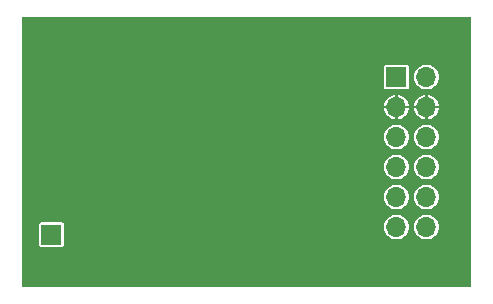
<source format=gbr>
%TF.GenerationSoftware,KiCad,Pcbnew,7.0.1*%
%TF.CreationDate,2023-04-28T09:54:53+02:00*%
%TF.ProjectId,AS4432_ANT,41533434-3332-45f4-914e-542e6b696361,rev?*%
%TF.SameCoordinates,Original*%
%TF.FileFunction,Copper,L2,Bot*%
%TF.FilePolarity,Positive*%
%FSLAX46Y46*%
G04 Gerber Fmt 4.6, Leading zero omitted, Abs format (unit mm)*
G04 Created by KiCad (PCBNEW 7.0.1) date 2023-04-28 09:54:53*
%MOMM*%
%LPD*%
G01*
G04 APERTURE LIST*
%TA.AperFunction,ComponentPad*%
%ADD10R,1.700000X1.700000*%
%TD*%
%TA.AperFunction,ComponentPad*%
%ADD11O,1.700000X1.700000*%
%TD*%
G04 APERTURE END LIST*
D10*
%TO.P,J1,1,Pin_1*%
%TO.N,VCC*%
X149860000Y-43180000D03*
D11*
%TO.P,J1,2,Pin_2*%
X152400000Y-43180000D03*
%TO.P,J1,3,Pin_3*%
%TO.N,GND*%
X149860000Y-45720000D03*
%TO.P,J1,4,Pin_4*%
X152400000Y-45720000D03*
%TO.P,J1,5,Pin_5*%
%TO.N,SCK*%
X149860000Y-48260000D03*
%TO.P,J1,6,Pin_6*%
%TO.N,unconnected-(J1-Pin_6-Pad6)*%
X152400000Y-48260000D03*
%TO.P,J1,7,Pin_7*%
%TO.N,MISO*%
X149860000Y-50800000D03*
%TO.P,J1,8,Pin_8*%
%TO.N,unconnected-(J1-Pin_8-Pad8)*%
X152400000Y-50800000D03*
%TO.P,J1,9,Pin_9*%
%TO.N,MOSI*%
X149860000Y-53340000D03*
%TO.P,J1,10,Pin_10*%
%TO.N,nRESET*%
X152400000Y-53340000D03*
%TO.P,J1,11,Pin_11*%
%TO.N,nCS*%
X149860000Y-55880000D03*
%TO.P,J1,12,Pin_12*%
%TO.N,IRQ*%
X152400000Y-55880000D03*
%TD*%
D10*
%TO.P,J2,1,Pin_1*%
%TO.N,Net-(J2-Pin_1)*%
X120650000Y-56515000D03*
%TD*%
%TA.AperFunction,Conductor*%
%TO.N,GND*%
G36*
X156135000Y-38138763D02*
G01*
X156171237Y-38175000D01*
X156184500Y-38224500D01*
X156184500Y-60835500D01*
X156171237Y-60885000D01*
X156135000Y-60921237D01*
X156085500Y-60934500D01*
X118234500Y-60934500D01*
X118185000Y-60921237D01*
X118148763Y-60885000D01*
X118135500Y-60835500D01*
X118135500Y-57384747D01*
X119599500Y-57384747D01*
X119611133Y-57443231D01*
X119655447Y-57509552D01*
X119699762Y-57539162D01*
X119721769Y-57553867D01*
X119780252Y-57565500D01*
X121519747Y-57565500D01*
X121519748Y-57565500D01*
X121578231Y-57553867D01*
X121644552Y-57509552D01*
X121688867Y-57443231D01*
X121700500Y-57384748D01*
X121700500Y-55880000D01*
X148804416Y-55880000D01*
X148824699Y-56085933D01*
X148884767Y-56283952D01*
X148884768Y-56283954D01*
X148982315Y-56466450D01*
X149113590Y-56626410D01*
X149273550Y-56757685D01*
X149456046Y-56855232D01*
X149654066Y-56915300D01*
X149860000Y-56935583D01*
X150065934Y-56915300D01*
X150263954Y-56855232D01*
X150446450Y-56757685D01*
X150606410Y-56626410D01*
X150737685Y-56466450D01*
X150835232Y-56283954D01*
X150895300Y-56085934D01*
X150915583Y-55880000D01*
X151344416Y-55880000D01*
X151364699Y-56085933D01*
X151424767Y-56283952D01*
X151424768Y-56283954D01*
X151522315Y-56466450D01*
X151653590Y-56626410D01*
X151813550Y-56757685D01*
X151996046Y-56855232D01*
X152194066Y-56915300D01*
X152400000Y-56935583D01*
X152605934Y-56915300D01*
X152803954Y-56855232D01*
X152986450Y-56757685D01*
X153146410Y-56626410D01*
X153277685Y-56466450D01*
X153375232Y-56283954D01*
X153435300Y-56085934D01*
X153455583Y-55880000D01*
X153435300Y-55674066D01*
X153375232Y-55476046D01*
X153277685Y-55293550D01*
X153146410Y-55133590D01*
X152986450Y-55002315D01*
X152803954Y-54904768D01*
X152803953Y-54904767D01*
X152803952Y-54904767D01*
X152605933Y-54844699D01*
X152400000Y-54824416D01*
X152194066Y-54844699D01*
X151996047Y-54904767D01*
X151813549Y-55002315D01*
X151653590Y-55133590D01*
X151522315Y-55293549D01*
X151424767Y-55476047D01*
X151364699Y-55674066D01*
X151344416Y-55880000D01*
X150915583Y-55880000D01*
X150895300Y-55674066D01*
X150835232Y-55476046D01*
X150737685Y-55293550D01*
X150606410Y-55133590D01*
X150446450Y-55002315D01*
X150263954Y-54904768D01*
X150263953Y-54904767D01*
X150263952Y-54904767D01*
X150065933Y-54844699D01*
X149860000Y-54824416D01*
X149654066Y-54844699D01*
X149456047Y-54904767D01*
X149273549Y-55002315D01*
X149113590Y-55133590D01*
X148982315Y-55293549D01*
X148884767Y-55476047D01*
X148824699Y-55674066D01*
X148804416Y-55880000D01*
X121700500Y-55880000D01*
X121700500Y-55645252D01*
X121688867Y-55586769D01*
X121674162Y-55564761D01*
X121644552Y-55520447D01*
X121578231Y-55476133D01*
X121577794Y-55476046D01*
X121519748Y-55464500D01*
X119780252Y-55464500D01*
X119751010Y-55470316D01*
X119721768Y-55476133D01*
X119655447Y-55520447D01*
X119611133Y-55586768D01*
X119599500Y-55645253D01*
X119599500Y-57384747D01*
X118135500Y-57384747D01*
X118135500Y-53339999D01*
X148804416Y-53339999D01*
X148824699Y-53545933D01*
X148884767Y-53743952D01*
X148884768Y-53743954D01*
X148982315Y-53926450D01*
X149113590Y-54086410D01*
X149273550Y-54217685D01*
X149456046Y-54315232D01*
X149654066Y-54375300D01*
X149860000Y-54395583D01*
X150065934Y-54375300D01*
X150263954Y-54315232D01*
X150446450Y-54217685D01*
X150606410Y-54086410D01*
X150737685Y-53926450D01*
X150835232Y-53743954D01*
X150895300Y-53545934D01*
X150915583Y-53340000D01*
X150915583Y-53339999D01*
X151344416Y-53339999D01*
X151364699Y-53545933D01*
X151424767Y-53743952D01*
X151424768Y-53743954D01*
X151522315Y-53926450D01*
X151653590Y-54086410D01*
X151813550Y-54217685D01*
X151996046Y-54315232D01*
X152194066Y-54375300D01*
X152400000Y-54395583D01*
X152605934Y-54375300D01*
X152803954Y-54315232D01*
X152986450Y-54217685D01*
X153146410Y-54086410D01*
X153277685Y-53926450D01*
X153375232Y-53743954D01*
X153435300Y-53545934D01*
X153455583Y-53340000D01*
X153435300Y-53134066D01*
X153375232Y-52936046D01*
X153277685Y-52753550D01*
X153146410Y-52593590D01*
X152986450Y-52462315D01*
X152803954Y-52364768D01*
X152803953Y-52364767D01*
X152803952Y-52364767D01*
X152605933Y-52304699D01*
X152400000Y-52284416D01*
X152194066Y-52304699D01*
X151996047Y-52364767D01*
X151813549Y-52462315D01*
X151653590Y-52593590D01*
X151522315Y-52753549D01*
X151424767Y-52936047D01*
X151364699Y-53134066D01*
X151344416Y-53339999D01*
X150915583Y-53339999D01*
X150895300Y-53134066D01*
X150835232Y-52936046D01*
X150737685Y-52753550D01*
X150606410Y-52593590D01*
X150446450Y-52462315D01*
X150263954Y-52364768D01*
X150263953Y-52364767D01*
X150263952Y-52364767D01*
X150065933Y-52304699D01*
X149860000Y-52284416D01*
X149654066Y-52304699D01*
X149456047Y-52364767D01*
X149273549Y-52462315D01*
X149113590Y-52593590D01*
X148982315Y-52753549D01*
X148884767Y-52936047D01*
X148824699Y-53134066D01*
X148804416Y-53339999D01*
X118135500Y-53339999D01*
X118135500Y-50800000D01*
X148804416Y-50800000D01*
X148824699Y-51005933D01*
X148884767Y-51203952D01*
X148884768Y-51203954D01*
X148982315Y-51386450D01*
X149113590Y-51546410D01*
X149273550Y-51677685D01*
X149456046Y-51775232D01*
X149654065Y-51835299D01*
X149654066Y-51835300D01*
X149859999Y-51855583D01*
X149859999Y-51855582D01*
X149860000Y-51855583D01*
X150065934Y-51835300D01*
X150263954Y-51775232D01*
X150446450Y-51677685D01*
X150606410Y-51546410D01*
X150737685Y-51386450D01*
X150835232Y-51203954D01*
X150895300Y-51005934D01*
X150915583Y-50800000D01*
X151344416Y-50800000D01*
X151364699Y-51005933D01*
X151424767Y-51203952D01*
X151424768Y-51203954D01*
X151522315Y-51386450D01*
X151653590Y-51546410D01*
X151813550Y-51677685D01*
X151996046Y-51775232D01*
X152194065Y-51835299D01*
X152194066Y-51835300D01*
X152399999Y-51855583D01*
X152399999Y-51855582D01*
X152400000Y-51855583D01*
X152605934Y-51835300D01*
X152803954Y-51775232D01*
X152986450Y-51677685D01*
X153146410Y-51546410D01*
X153277685Y-51386450D01*
X153375232Y-51203954D01*
X153435300Y-51005934D01*
X153455583Y-50800000D01*
X153435300Y-50594066D01*
X153375232Y-50396046D01*
X153277685Y-50213550D01*
X153146410Y-50053590D01*
X152986450Y-49922315D01*
X152803954Y-49824768D01*
X152803953Y-49824767D01*
X152803952Y-49824767D01*
X152605933Y-49764699D01*
X152399999Y-49744416D01*
X152194066Y-49764699D01*
X151996047Y-49824767D01*
X151813549Y-49922315D01*
X151653590Y-50053590D01*
X151522315Y-50213549D01*
X151424767Y-50396047D01*
X151364699Y-50594066D01*
X151344416Y-50800000D01*
X150915583Y-50800000D01*
X150895300Y-50594066D01*
X150835232Y-50396046D01*
X150737685Y-50213550D01*
X150606410Y-50053590D01*
X150446450Y-49922315D01*
X150263954Y-49824768D01*
X150263953Y-49824767D01*
X150263952Y-49824767D01*
X150065933Y-49764699D01*
X149859999Y-49744416D01*
X149654066Y-49764699D01*
X149456047Y-49824767D01*
X149273549Y-49922315D01*
X149113590Y-50053590D01*
X148982315Y-50213549D01*
X148884767Y-50396047D01*
X148824699Y-50594066D01*
X148804416Y-50800000D01*
X118135500Y-50800000D01*
X118135500Y-48259999D01*
X148804416Y-48259999D01*
X148824699Y-48465933D01*
X148884767Y-48663952D01*
X148884768Y-48663954D01*
X148982315Y-48846450D01*
X149113590Y-49006410D01*
X149273550Y-49137685D01*
X149456046Y-49235232D01*
X149654066Y-49295300D01*
X149860000Y-49315583D01*
X150065934Y-49295300D01*
X150263954Y-49235232D01*
X150446450Y-49137685D01*
X150606410Y-49006410D01*
X150737685Y-48846450D01*
X150835232Y-48663954D01*
X150895300Y-48465934D01*
X150915583Y-48260000D01*
X150915583Y-48259999D01*
X151344416Y-48259999D01*
X151364699Y-48465933D01*
X151424767Y-48663952D01*
X151424768Y-48663954D01*
X151522315Y-48846450D01*
X151653590Y-49006410D01*
X151813550Y-49137685D01*
X151996046Y-49235232D01*
X152194066Y-49295300D01*
X152400000Y-49315583D01*
X152605934Y-49295300D01*
X152803954Y-49235232D01*
X152986450Y-49137685D01*
X153146410Y-49006410D01*
X153277685Y-48846450D01*
X153375232Y-48663954D01*
X153435300Y-48465934D01*
X153455583Y-48260000D01*
X153435300Y-48054066D01*
X153375232Y-47856046D01*
X153277685Y-47673550D01*
X153146410Y-47513590D01*
X152986450Y-47382315D01*
X152803954Y-47284768D01*
X152803953Y-47284767D01*
X152803952Y-47284767D01*
X152605933Y-47224699D01*
X152400000Y-47204416D01*
X152194066Y-47224699D01*
X151996047Y-47284767D01*
X151813549Y-47382315D01*
X151653590Y-47513590D01*
X151522315Y-47673549D01*
X151424767Y-47856047D01*
X151364699Y-48054066D01*
X151344416Y-48259999D01*
X150915583Y-48259999D01*
X150895300Y-48054066D01*
X150835232Y-47856046D01*
X150737685Y-47673550D01*
X150606410Y-47513590D01*
X150446450Y-47382315D01*
X150263954Y-47284768D01*
X150263953Y-47284767D01*
X150263952Y-47284767D01*
X150065933Y-47224699D01*
X149860000Y-47204416D01*
X149654066Y-47224699D01*
X149456047Y-47284767D01*
X149273549Y-47382315D01*
X149113590Y-47513590D01*
X148982315Y-47673549D01*
X148884767Y-47856047D01*
X148824699Y-48054066D01*
X148804416Y-48259999D01*
X118135500Y-48259999D01*
X118135500Y-45820000D01*
X148814767Y-45820000D01*
X148825191Y-45925835D01*
X148885231Y-46123763D01*
X148982730Y-46306170D01*
X149113945Y-46466054D01*
X149273829Y-46597269D01*
X149456236Y-46694768D01*
X149654164Y-46754808D01*
X149759999Y-46765232D01*
X149760000Y-46765232D01*
X149960000Y-46765232D01*
X150065835Y-46754808D01*
X150263763Y-46694768D01*
X150446170Y-46597269D01*
X150606054Y-46466054D01*
X150737269Y-46306170D01*
X150834768Y-46123763D01*
X150894808Y-45925835D01*
X150905232Y-45820000D01*
X151354767Y-45820000D01*
X151365191Y-45925835D01*
X151425231Y-46123763D01*
X151522730Y-46306170D01*
X151653945Y-46466054D01*
X151813829Y-46597269D01*
X151996236Y-46694768D01*
X152194164Y-46754808D01*
X152299999Y-46765232D01*
X152300000Y-46765232D01*
X152500000Y-46765232D01*
X152605835Y-46754808D01*
X152803763Y-46694768D01*
X152986170Y-46597269D01*
X153146054Y-46466054D01*
X153277269Y-46306170D01*
X153374768Y-46123763D01*
X153434808Y-45925835D01*
X153445232Y-45820000D01*
X152500001Y-45820000D01*
X152500000Y-45820001D01*
X152500000Y-46765232D01*
X152300000Y-46765232D01*
X152300000Y-45820001D01*
X152299999Y-45820000D01*
X151354767Y-45820000D01*
X150905232Y-45820000D01*
X149960001Y-45820000D01*
X149960000Y-45820001D01*
X149960000Y-46765232D01*
X149760000Y-46765232D01*
X149760000Y-45820001D01*
X149759999Y-45820000D01*
X148814767Y-45820000D01*
X118135500Y-45820000D01*
X118135500Y-45619999D01*
X148814767Y-45619999D01*
X148814768Y-45620000D01*
X149759999Y-45620000D01*
X149760000Y-45619999D01*
X149760000Y-44674768D01*
X149759999Y-44674767D01*
X149960000Y-44674767D01*
X149960000Y-45619999D01*
X149960001Y-45620000D01*
X150905232Y-45620000D01*
X150905232Y-45619999D01*
X151354767Y-45619999D01*
X151354768Y-45620000D01*
X152299999Y-45620000D01*
X152300000Y-45619999D01*
X152300000Y-44674768D01*
X152299999Y-44674767D01*
X152500000Y-44674767D01*
X152500000Y-45619999D01*
X152500001Y-45620000D01*
X153445232Y-45620000D01*
X153445232Y-45619999D01*
X153434808Y-45514164D01*
X153374768Y-45316236D01*
X153277269Y-45133829D01*
X153146054Y-44973945D01*
X152986170Y-44842730D01*
X152803763Y-44745231D01*
X152605835Y-44685191D01*
X152500000Y-44674767D01*
X152299999Y-44674767D01*
X152194164Y-44685191D01*
X151996236Y-44745231D01*
X151813829Y-44842730D01*
X151653945Y-44973945D01*
X151522730Y-45133829D01*
X151425231Y-45316236D01*
X151365191Y-45514164D01*
X151354767Y-45619999D01*
X150905232Y-45619999D01*
X150894808Y-45514164D01*
X150834768Y-45316236D01*
X150737269Y-45133829D01*
X150606054Y-44973945D01*
X150446170Y-44842730D01*
X150263763Y-44745231D01*
X150065835Y-44685191D01*
X149960000Y-44674767D01*
X149759999Y-44674767D01*
X149654164Y-44685191D01*
X149456236Y-44745231D01*
X149273829Y-44842730D01*
X149113945Y-44973945D01*
X148982730Y-45133829D01*
X148885231Y-45316236D01*
X148825191Y-45514164D01*
X148814767Y-45619999D01*
X118135500Y-45619999D01*
X118135500Y-44049747D01*
X148809500Y-44049747D01*
X148821133Y-44108231D01*
X148865447Y-44174552D01*
X148909762Y-44204162D01*
X148931769Y-44218867D01*
X148990252Y-44230500D01*
X150729747Y-44230500D01*
X150729748Y-44230500D01*
X150788231Y-44218867D01*
X150854552Y-44174552D01*
X150898867Y-44108231D01*
X150910500Y-44049748D01*
X150910500Y-43179999D01*
X151344416Y-43179999D01*
X151364699Y-43385933D01*
X151424767Y-43583952D01*
X151424768Y-43583954D01*
X151522315Y-43766450D01*
X151653590Y-43926410D01*
X151813550Y-44057685D01*
X151996046Y-44155232D01*
X152194066Y-44215300D01*
X152400000Y-44235583D01*
X152605934Y-44215300D01*
X152803954Y-44155232D01*
X152986450Y-44057685D01*
X153146410Y-43926410D01*
X153277685Y-43766450D01*
X153375232Y-43583954D01*
X153435300Y-43385934D01*
X153455583Y-43180000D01*
X153435300Y-42974066D01*
X153375232Y-42776046D01*
X153277685Y-42593550D01*
X153146410Y-42433590D01*
X152986450Y-42302315D01*
X152803954Y-42204768D01*
X152803953Y-42204767D01*
X152803952Y-42204767D01*
X152605933Y-42144699D01*
X152400000Y-42124416D01*
X152194066Y-42144699D01*
X151996047Y-42204767D01*
X151813549Y-42302315D01*
X151653590Y-42433590D01*
X151522315Y-42593549D01*
X151424767Y-42776047D01*
X151364699Y-42974066D01*
X151344416Y-43179999D01*
X150910500Y-43179999D01*
X150910500Y-42310252D01*
X150898867Y-42251769D01*
X150884162Y-42229762D01*
X150854552Y-42185447D01*
X150788231Y-42141133D01*
X150788230Y-42141132D01*
X150729748Y-42129500D01*
X148990252Y-42129500D01*
X148961010Y-42135316D01*
X148931768Y-42141133D01*
X148865447Y-42185447D01*
X148821133Y-42251768D01*
X148809500Y-42310253D01*
X148809500Y-44049747D01*
X118135500Y-44049747D01*
X118135500Y-38224500D01*
X118148763Y-38175000D01*
X118185000Y-38138763D01*
X118234500Y-38125500D01*
X156085500Y-38125500D01*
X156135000Y-38138763D01*
G37*
%TD.AperFunction*%
%TD*%
M02*

</source>
